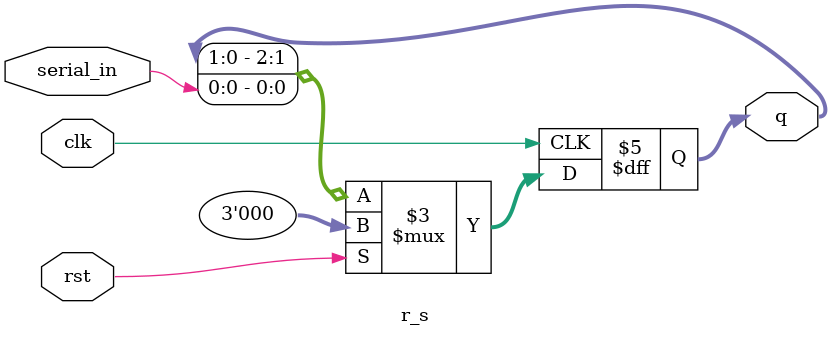
<source format=v>
module r_s ( 
    input  wire clk,     // clock input 
    input  wire rst,     // synchronous reset 
    input  wire serial_in, // serial data input 
    output reg  [2:0] q   // 3-bit register output 
); 
 
always @(posedge clk) begin 
    if (rst) 
        q <= 3'b000;          // reset all bits 
    else 
        q <= {q[1:0], serial_in}; // shift left 
end 
endmodule
</source>
